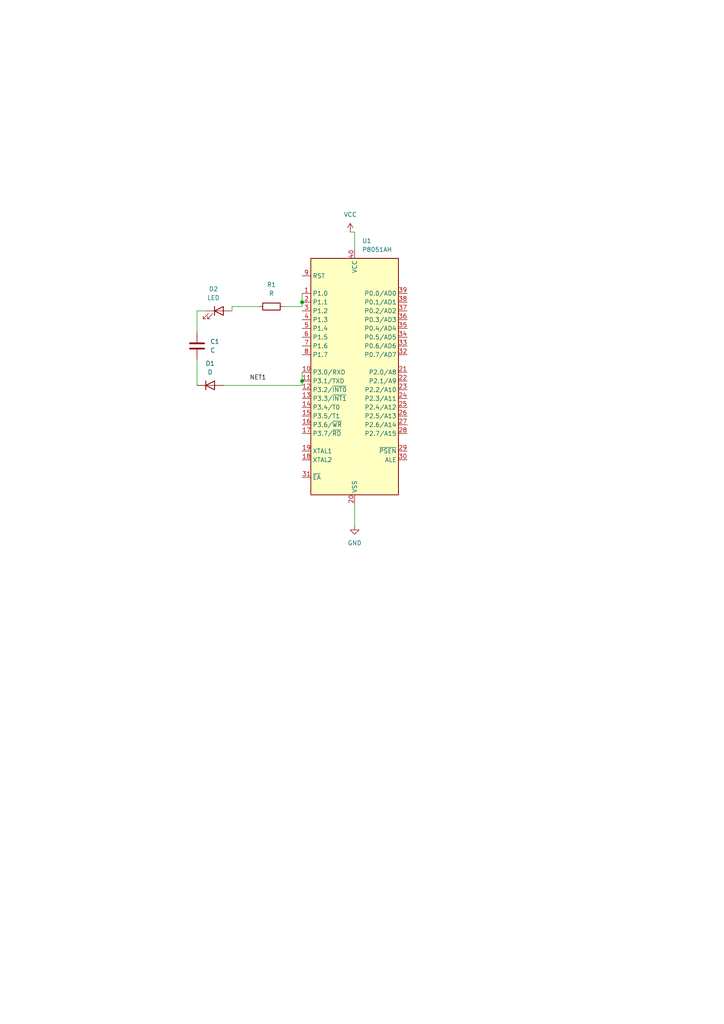
<source format=kicad_sch>
(kicad_sch (version 20250114) (generator "eeschema") (generator_version "9.0")
  (paper "A4" portrait)
  (lib_symbols
    (symbol "device:C" (pin_numbers (hide yes)) (pin_names (offset 0.254))
      (property "Reference" "C" (at 0.635 2.54 0))
      (property "Value" "C" (at 0.635 -2.54 0))
      (symbol "C_0_1"
        (polyline (pts (xy -2.032 0.762) (xy 2.032 0.762)) (stroke (width 0.508)))
        (polyline (pts (xy -2.032 -0.762) (xy 2.032 -0.762)) (stroke (width 0.508)))
      )
      (symbol "C_1_1"
        (pin passive line (at 0 3.81 270) (length 2.794) (name "~") (number "1"))
        (pin passive line (at 0 -3.81 90) (length 2.794) (name "~") (number "2"))
      )
    )
    (symbol "device:D" (pin_numbers (hide yes)) (pin_names (offset 1.016) (hide yes))
      (property "Reference" "D" (at 0 2.54 0))
      (property "Value" "D" (at 0 -2.54 0))
      (symbol "D_0_1"
        (polyline (pts (xy -1.27 1.27) (xy -1.27 -1.27)) (stroke (width 0.254)))
        (polyline (pts (xy 1.27 1.27) (xy 1.27 -1.27) (xy -1.27 0) (xy 1.27 1.27)) (stroke (width 0.254)))
        (polyline (pts (xy 1.27 0) (xy -1.27 0)))
      )
      (symbol "D_1_1"
        (pin passive line (at -3.81 0 0) (length 2.54) (name "K") (number "1"))
        (pin passive line (at 3.81 0 180) (length 2.54) (name "A") (number "2"))
      )
    )
    (symbol "device:LED" (pin_numbers (hide yes)) (pin_names (offset 1.016) (hide yes))
      (property "Reference" "D" (at 0 2.54 0))
      (property "Value" "LED" (at 0 -2.54 0))
      (symbol "LED_0_1"
        (polyline (pts (xy -3.048 -0.762) (xy -4.572 -2.286) (xy -3.81 -2.286) (xy -4.572 -2.286) (xy -4.572 -1.524)))
        (polyline (pts (xy -1.778 -0.762) (xy -3.302 -2.286) (xy -2.54 -2.286) (xy -3.302 -2.286) (xy -3.302 -1.524)))
        (polyline (pts (xy -1.27 0) (xy 1.27 0)))
        (polyline (pts (xy -1.27 -1.27) (xy -1.27 1.27)) (stroke (width 0.254)))
        (polyline (pts (xy 1.27 -1.27) (xy 1.27 1.27) (xy -1.27 0) (xy 1.27 -1.27)) (stroke (width 0.254)))
      )
      (symbol "LED_1_1"
        (pin passive line (at -3.81 0 0) (length 2.54) (name "K") (number "1"))
        (pin passive line (at 3.81 0 180) (length 2.54) (name "A") (number "2"))
      )
    )
    (symbol "device:R" (pin_numbers (hide yes)) (pin_names (offset 0))
      (property "Reference" "R" (at 2.032 0 90))
      (property "Value" "R" (at 0 0 90))
      (symbol "R_0_1"
        (rectangle (start -1.016 -2.54) (end 1.016 2.54) (stroke (width 0.254)))
      )
      (symbol "R_1_1"
        (pin passive line (at 0 3.81 270) (length 1.27) (name "~") (number "1"))
        (pin passive line (at 0 -3.81 90) (length 1.27) (name "~") (number "2"))
      )
    )
    (symbol "mcu_intel:P8051AH"
      (property "Reference" "U" (at -11.684 35.052 0))
      (property "Value" "P8051AH" (at 8.128 35.052 0))
      (symbol "P8051AH_1_0"
        (pin bidirectional line (at -15.24 17.78 0) (length 2.54) (name "P1.2") (number "3"))
      )
      (symbol "P8051AH_1_1"
        (polyline (pts (xy -12.7 33.02) (xy 12.7 33.02) (xy 12.7 -35.56) (xy -12.7 -35.56) (xy -12.7 33.02)) (stroke (width 0.254)) (fill (type background)))
        (pin input line (at -15.24 27.94 0) (length 2.54) (name "RST") (number "9"))
        (pin bidirectional line (at -15.24 22.86 0) (length 2.54) (name "P1.0") (number "1"))
        (pin bidirectional line (at -15.24 20.32 0) (length 2.54) (name "P1.1") (number "2"))
        (pin bidirectional line (at -15.24 15.24 0) (length 2.54) (name "P1.3") (number "4"))
        (pin bidirectional line (at -15.24 12.7 0) (length 2.54) (name "P1.4") (number "5"))
        (pin bidirectional line (at -15.24 10.16 0) (length 2.54) (name "P1.5") (number "6"))
        (pin bidirectional line (at -15.24 7.62 0) (length 2.54) (name "P1.6") (number "7"))
        (pin bidirectional line (at -15.24 5.08 0) (length 2.54) (name "P1.7") (number "8"))
        (pin bidirectional line (at -15.24 0 0) (length 2.54) (name "P3.0/RXD") (number "10"))
        (pin bidirectional line (at -15.24 -2.54 0) (length 2.54) (name "P3.1/TXD") (number "11"))
        (pin bidirectional line (at -15.24 -5.08 0) (length 2.54) (name "P3.2/~{INT0}") (number "12"))
        (pin bidirectional line (at -15.24 -7.62 0) (length 2.54) (name "P3.3/~{INT1}") (number "13"))
        (pin bidirectional line (at -15.24 -10.16 0) (length 2.54) (name "P3.4/T0") (number "14"))
        (pin bidirectional line (at -15.24 -12.7 0) (length 2.54) (name "P3.5/T1") (number "15"))
        (pin bidirectional line (at -15.24 -15.24 0) (length 2.54) (name "P3.6/~{WR}") (number "16"))
        (pin bidirectional line (at -15.24 -17.78 0) (length 2.54) (name "P3.7/~{RD}") (number "17"))
        (pin input line (at -15.24 -22.86 0) (length 2.54) (name "XTAL1") (number "19"))
        (pin output line (at -15.24 -25.4 0) (length 2.54) (name "XTAL2") (number "18"))
        (pin input line (at -15.24 -30.48 0) (length 2.54) (name "~{EA}") (number "31"))
        (pin power_in line (at 0 35.56 270) (length 2.54) (name "VCC") (number "40"))
        (pin power_in line (at 0 -38.1 90) (length 2.54) (name "VSS") (number "20"))
        (pin bidirectional line (at 15.24 22.86 180) (length 2.54) (name "P0.0/AD0") (number "39"))
        (pin bidirectional line (at 15.24 20.32 180) (length 2.54) (name "P0.1/AD1") (number "38"))
        (pin bidirectional line (at 15.24 17.78 180) (length 2.54) (name "P0.2/AD2") (number "37"))
        (pin bidirectional line (at 15.24 15.24 180) (length 2.54) (name "P0.3/AD3") (number "36"))
        (pin bidirectional line (at 15.24 12.7 180) (length 2.54) (name "P0.4/AD4") (number "35"))
        (pin bidirectional line (at 15.24 10.16 180) (length 2.54) (name "P0.5/AD5") (number "34"))
        (pin bidirectional line (at 15.24 7.62 180) (length 2.54) (name "P0.6/AD6") (number "33"))
        (pin bidirectional line (at 15.24 5.08 180) (length 2.54) (name "P0.7/AD7") (number "32"))
        (pin bidirectional line (at 15.24 0 180) (length 2.54) (name "P2.0/A8") (number "21"))
        (pin bidirectional line (at 15.24 -2.54 180) (length 2.54) (name "P2.1/A9") (number "22"))
        (pin bidirectional line (at 15.24 -5.08 180) (length 2.54) (name "P2.2/A10") (number "23"))
        (pin bidirectional line (at 15.24 -7.62 180) (length 2.54) (name "P2.3/A11") (number "24"))
        (pin bidirectional line (at 15.24 -10.16 180) (length 2.54) (name "P2.4/A12") (number "25"))
        (pin bidirectional line (at 15.24 -12.7 180) (length 2.54) (name "P2.5/A13") (number "26"))
        (pin bidirectional line (at 15.24 -15.24 180) (length 2.54) (name "P2.6/A14") (number "27"))
        (pin bidirectional line (at 15.24 -17.78 180) (length 2.54) (name "P2.7/A15") (number "28"))
        (pin output line (at 15.24 -22.86 180) (length 2.54) (name "~{PSEN}") (number "29"))
        (pin output line (at 15.24 -25.4 180) (length 2.54) (name "ALE") (number "30"))
      )
    )
    (symbol "power:GND" (power) (pin_numbers (hide yes)) (pin_names (offset 0) (hide yes))
      (property "Value" "GND" (at 0 -3.81 0))
      (symbol "GND_0_1"
        (polyline (pts (xy 0 0) (xy 0 -1.27) (xy 1.27 -1.27) (xy 0 -2.54) (xy -1.27 -1.27) (xy 0 -1.27)))
      )
      (symbol "GND_1_1"
        (pin power_in line (at 0 0 270) (length 0) (name "~") (number "1"))
      )
    )
    (symbol "power:VCC" (power) (pin_numbers (hide yes)) (pin_names (offset 0) (hide yes))
      (property "Value" "VCC" (at 0 3.556 0))
      (symbol "VCC_0_1"
        (polyline (pts (xy -0.762 1.27) (xy 0 2.54)))
        (polyline (pts (xy 0 2.54) (xy 0.762 1.27)))
        (polyline (pts (xy 0 0) (xy 0 2.54)))
      )
      (symbol "VCC_1_1"
        (pin power_in line (at 0 0 90) (length 0) (name "~") (number "1"))
      )
    )
  )
  (junction (at 87.63 110.49))
  (junction (at 87.63 87.63))
  (wire (pts (xy 87.63 88.9) (xy 87.63 87.63)))
  (wire (pts (xy 87.63 110.49) (xy 87.63 107.95)))
  (wire (pts (xy 87.63 87.63) (xy 87.63 85.09)))
  (wire (pts (xy 101.6 67.31) (xy 102.87 67.31)))
  (wire (pts (xy 57.15 96.52) (xy 57.15 90.17)))
  (wire (pts (xy 102.87 72.39) (xy 102.87 67.31)))
  (wire (pts (xy 67.31 88.9) (xy 67.31 90.17)))
  (wire (pts (xy 102.87 146.05) (xy 102.87 152.4)))
  (wire (pts (xy 82.55 88.9) (xy 87.63 88.9)))
  (wire (pts (xy 87.63 111.76) (xy 87.63 110.49)))
  (wire (pts (xy 57.15 104.14) (xy 57.15 111.76)))
  (wire (pts (xy 64.77 111.76) (xy 87.63 111.76)))
  (wire (pts (xy 57.15 90.17) (xy 59.69 90.17)))
  (wire (pts (xy 74.93 88.9) (xy 67.31 88.9)))
  (label "NET1" (at 72.39 110.49 0))
  (symbol (lib_id "device:C") (at 57.15 100.33 0) (unit 1)
    (property "Reference" "C1" (at 60.96 99.0599 0) (effects (justify left)))
    (property "Value" "C" (at 60.96 101.5999 0) (effects (justify left)))
    (property "Description" "Unpolarized capacitor" (effects (hide yes)))
  )
  (symbol (lib_id "device:LED") (at 63.5 90.17 0) (unit 1)
    (property "Reference" "D2" (at 61.9125 83.82 0))
    (property "Value" "LED" (at 61.9125 86.36 0))
    (property "Description" "Light emitting diode" (effects (hide yes)))
    (property "Sim.Pins" "1=K 2=A" (effects (hide yes)))
  )
  (symbol (lib_id "device:R") (at 78.74 88.9 90) (unit 1)
    (property "Reference" "R1" (at 78.74 82.55 90))
    (property "Value" "R" (at 78.74 85.09 90))
    (property "Description" "Resistor" (effects (hide yes)))
  )
  (symbol (lib_id "power:VCC") (at 101.6 67.31 0) (unit 1)
    (property "Reference" "#PWR01" (effects (hide yes)))
    (property "Value" "VCC" (at 101.6 62.23 0))
    (property "Description" "Power symbol creates a global label with name \"VCC\"" (effects (hide yes)))
  )
  (symbol (lib_id "mcu_intel:P8051AH") (at 102.87 107.95 0) (unit 1)
    (property "Reference" "U1" (at 105.0133 69.85 0) (effects (justify left)))
    (property "Value" "P8051AH" (at 105.0133 72.39 0) (effects (justify left)))
    (property "Footprint" "Package_DIP:DIP-40_W15.24mm" (effects (hide yes)))
    (property "Datasheet" "https://www.datasheetarchive.com/datasheet/MCS%2051/Intel" (effects (hide yes)))
    (property "Description" "MCS-51 8-bit Control-Oriented Microcontrollers, 4K x 8 masked ROM, 128 x 8 RAM, 2x 16-bit timers / event counters, 12MHz, DIP-40" (effects (hide yes)))
  )
  (symbol (lib_id "power:GND") (at 102.87 152.4 0) (unit 1)
    (property "Reference" "#PWR02" (effects (hide yes)))
    (property "Value" "GND" (at 102.87 157.48 0))
    (property "Description" "Power symbol creates a global label with name \"GND\" , ground" (effects (hide yes)))
  )
  (symbol (lib_id "device:D") (at 60.96 111.76 0) (unit 1)
    (property "Reference" "D1" (at 60.96 105.41 0))
    (property "Value" "D" (at 60.96 107.95 0))
    (property "Description" "Diode" (effects (hide yes)))
    (property "Sim.Device" "D" (effects (hide yes)))
    (property "Sim.Pins" "1=K 2=A" (effects (hide yes)))
  )
)
</source>
